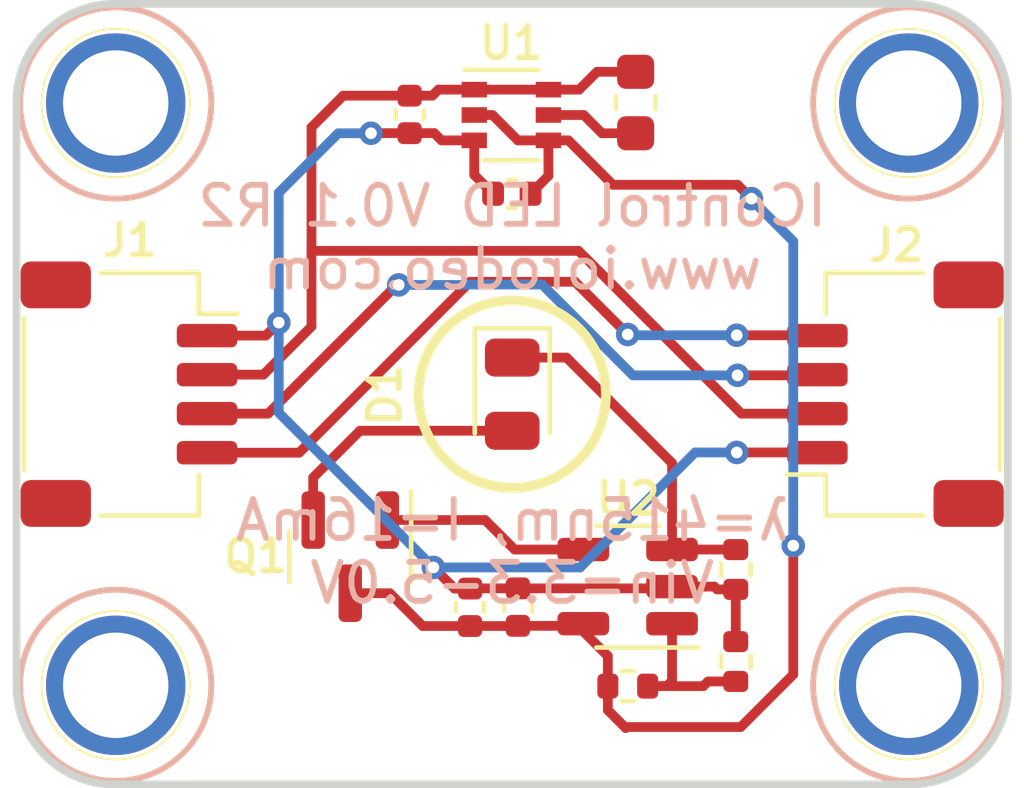
<source format=kicad_pcb>
(kicad_pcb (version 20221018) (generator pcbnew)
  (layers (0 "F.Cu" signal) (31 "B.Cu" signal) (34 "B.Paste" user) (35 "F.Paste" user) (36 "B.SilkS" user "B.Silkscreen") (37 "F.SilkS" user "F.Silkscreen") (38 "B.Mask" user) (39 "F.Mask" user) (44 "Edge.Cuts" user))
  (net 0 "")
  (net 1 "GND")
  (net 2 "/VIN")
  (net 3 "/VL")
  (net 4 "/SCL")
  (net 5 "/SDA")
  (net 6 "/5V")
  (net 7 "Net-(D1-K)")
  (net 8 "Net-(D1-A)")
  (net 9 "Net-(Q1-B)")
  (net 10 "/Vset")
  (footprint "custom_mount_hole:MountingHole_2.5mm_Pad" (layer "F.Cu") (at 52.54 52.54)
    (fp_text reference "M1" hide)
    (fp_text value "MountingHole_2.5mm_Pad" hide)
    (fp_circle (center 0 0) (end 2.45 0) (stroke (width 0.15)) (fill none) (layer "B.SilkS"))
    (fp_circle (center 0 0) (end 1.9 0) (stroke (width 0.05)) (fill none) (layer "F.SilkS"))
    (fp_circle (center 0 0) (end 2.45 0) (stroke (width 0.15)) (fill none) (layer "F.SilkS"))
    (pad "~" thru_hole circle (at 0 0) (size 3.57 3.57) (drill 2.7) (layers "*.Cu" "*.Mask"))
  )
  (footprint "custom_mount_hole:MountingHole_2.5mm_Pad" (layer "F.Cu") (at 72.86 52.54)
    (fp_text reference "M2" hide)
    (fp_text value "MountingHole_2.5mm_Pad" hide)
    (fp_circle (center 0 0) (end 2.45 0) (stroke (width 0.15)) (fill none) (layer "B.SilkS"))
    (fp_circle (center 0 0) (end 1.9 0) (stroke (width 0.05)) (fill none) (layer "F.SilkS"))
    (fp_circle (center 0 0) (end 2.45 0) (stroke (width 0.15)) (fill none) (layer "F.SilkS"))
    (pad "~" thru_hole circle (at 0 0) (size 3.57 3.57) (drill 2.7) (layers "*.Cu" "*.Mask"))
  )
  (footprint "custom_mount_hole:MountingHole_2.5mm_Pad" (layer "F.Cu") (at 72.86 67.46)
    (fp_text reference "M3" hide)
    (fp_text value "MountingHole_2.5mm_Pad" hide)
    (fp_circle (center 0 0) (end 2.45 0) (stroke (width 0.15)) (fill none) (layer "B.SilkS"))
    (fp_circle (center 0 0) (end 1.9 0) (stroke (width 0.05)) (fill none) (layer "F.SilkS"))
    (fp_circle (center 0 0) (end 2.45 0) (stroke (width 0.15)) (fill none) (layer "F.SilkS"))
    (pad "~" thru_hole circle (at 0 0) (size 3.57 3.57) (drill 2.7) (layers "*.Cu" "*.Mask"))
  )
  (footprint "custom_mount_hole:MountingHole_2.5mm_Pad" (layer "F.Cu") (at 52.54 67.46)
    (fp_text reference "M4" hide)
    (fp_text value "MountingHole_2.5mm_Pad" hide)
    (fp_circle (center 0 0) (end 2.45 0) (stroke (width 0.15)) (fill none) (layer "B.SilkS"))
    (fp_circle (center 0 0) (end 1.9 0) (stroke (width 0.05)) (fill none) (layer "F.SilkS"))
    (fp_circle (center 0 0) (end 2.45 0) (stroke (width 0.15)) (fill none) (layer "F.SilkS"))
    (pad "~" thru_hole circle (at 0 0) (size 3.57 3.57) (drill 2.7) (layers "*.Cu" "*.Mask"))
  )
  (footprint "LED_SMD:LED_0805_2012Metric" (layer "F.Cu") (at 62.7 60 -90)
    (fp_text reference "D1" (at 0.0202 3.264 -90) (layer "F.SilkS") (effects (font (size 0.8 0.8))))
    (fp_text value "LED" hide)
    (fp_line (start -1.685 -0.96) (end -1.685 0.96) (stroke (width 0.12)) (layer "F.SilkS"))
    (fp_line (start -1.685 0.96) (end 1 0.96) (stroke (width 0.12)) (layer "F.SilkS"))
    (fp_line (start 1 -0.96) (end -1.685 -0.96) (stroke (width 0.12)) (layer "F.SilkS"))
    (pad "1" smd roundrect (at -0.9375 0 270) (size 0.975 1.4) (layers "F.Cu" "F.Paste" "F.Mask") (net 7 "Net-(D1-K)"))
    (pad "2" smd roundrect (at 0.9375 0 270) (size 0.975 1.4) (layers "F.Cu" "F.Paste" "F.Mask") (net 8 "Net-(D1-A)"))
  )
  (footprint "JST_SH_SM04B_custom:JST_SH_SM04B-SRSS-TB_1x04-1MP_P1.00mm_Horizontal" (layer "F.Cu") (at 52.88 60 -90)
    (fp_text reference "J1" (at -3.9422 -0.0298) (layer "F.SilkS") (effects (font (size 0.8 0.8))))
    (fp_text value "Conn_01x04" hide)
    (fp_line (start -3.11 -1.785) (end -2.06 -1.785) (stroke (width 0.12)) (layer "F.SilkS"))
    (fp_line (start -3.11 0.715) (end -3.11 -1.785) (stroke (width 0.12)) (layer "F.SilkS"))
    (fp_line (start -2.06 -1.785) (end -2.06 -2.775) (stroke (width 0.12)) (layer "F.SilkS"))
    (fp_line (start -1.94 2.685) (end 1.94 2.685) (stroke (width 0.12)) (layer "F.SilkS"))
    (fp_line (start 3.11 -1.785) (end 2.06 -1.785) (stroke (width 0.12)) (layer "F.SilkS"))
    (fp_line (start 3.11 0.715) (end 3.11 -1.785) (stroke (width 0.12)) (layer "F.SilkS"))
    (pad "1" smd roundrect (at -1.5 -2 270) (size 0.6 1.55) (layers "F.Cu" "F.Paste" "F.Mask") (net 1 "GND"))
    (pad "2" smd roundrect (at -0.5 -2 270) (size 0.6 1.55) (layers "F.Cu" "F.Paste" "F.Mask") (net 2 "/VIN"))
    (pad "3" smd roundrect (at 0.5 -2 270) (size 0.6 1.55) (layers "F.Cu" "F.Paste" "F.Mask") (net 5 "/SDA"))
    (pad "4" smd roundrect (at 1.5 -2 270) (size 0.6 1.55) (layers "F.Cu" "F.Paste" "F.Mask") (net 4 "/SCL"))
    (pad "MP" smd roundrect (at -2.8 1.875 270) (size 1.2 1.8) (layers "F.Cu" "F.Paste" "F.Mask") (roundrect_rratio 0.2083333333))
    (pad "MP" smd roundrect (at 2.8 1.875 270) (size 1.2 1.8) (layers "F.Cu" "F.Paste" "F.Mask") (roundrect_rratio 0.2083333333))
  )
  (footprint "JST_SH_SM04B_custom:JST_SH_SM04B-SRSS-TB_1x04-1MP_P1.00mm_Horizontal" (layer "F.Cu") (at 72.52 60 90)
    (fp_text reference "J2" (at 3.8152 0.0208 180) (layer "F.SilkS") (effects (font (size 0.8 0.8))))
    (fp_text value "Conn_01x04" hide)
    (fp_line (start -3.11 -1.785) (end -2.06 -1.785) (stroke (width 0.12)) (layer "F.SilkS"))
    (fp_line (start -3.11 0.715) (end -3.11 -1.785) (stroke (width 0.12)) (layer "F.SilkS"))
    (fp_line (start -2.06 -1.785) (end -2.06 -2.775) (stroke (width 0.12)) (layer "F.SilkS"))
    (fp_line (start -1.94 2.685) (end 1.94 2.685) (stroke (width 0.12)) (layer "F.SilkS"))
    (fp_line (start 3.11 -1.785) (end 2.06 -1.785) (stroke (width 0.12)) (layer "F.SilkS"))
    (fp_line (start 3.11 0.715) (end 3.11 -1.785) (stroke (width 0.12)) (layer "F.SilkS"))
    (pad "1" smd roundrect (at -1.5 -2 90) (size 0.6 1.55) (layers "F.Cu" "F.Paste" "F.Mask") (net 1 "GND"))
    (pad "2" smd roundrect (at -0.5 -2 90) (size 0.6 1.55) (layers "F.Cu" "F.Paste" "F.Mask") (net 2 "/VIN"))
    (pad "3" smd roundrect (at 0.5 -2 90) (size 0.6 1.55) (layers "F.Cu" "F.Paste" "F.Mask") (net 5 "/SDA"))
    (pad "4" smd roundrect (at 1.5 -2 90) (size 0.6 1.55) (layers "F.Cu" "F.Paste" "F.Mask") (net 4 "/SCL"))
    (pad "MP" smd roundrect (at -2.8 1.875 90) (size 1.2 1.8) (layers "F.Cu" "F.Paste" "F.Mask") (roundrect_rratio 0.2083333333))
    (pad "MP" smd roundrect (at 2.8 1.875 90) (size 1.2 1.8) (layers "F.Cu" "F.Paste" "F.Mask") (roundrect_rratio 0.2083333333))
  )
  (footprint "Resistor_SMD:R_0402_1005Metric" (layer "F.Cu") (at 68.4276 64.4926 -90)
    (fp_text reference "R1" hide)
    (fp_text value "10" hide)
    (fp_line (start -0.153641 -0.38) (end 0.153641 -0.38) (stroke (width 0.12)) (layer "F.SilkS"))
    (fp_line (start -0.153641 0.38) (end 0.153641 0.38) (stroke (width 0.12)) (layer "F.SilkS"))
    (pad "1" smd roundrect (at -0.51 0 270) (size 0.54 0.64) (layers "F.Cu" "F.Paste" "F.Mask") (net 7 "Net-(D1-K)"))
    (pad "2" smd roundrect (at 0.51 0 270) (size 0.54 0.64) (layers "F.Cu" "F.Paste" "F.Mask") (net 1 "GND"))
  )
  (footprint "Package_TO_SOT_SMD:SOT-23-5" (layer "F.Cu") (at 65.6577 64.931 180)
    (fp_text reference "U2" (at -0.0125 2.25) (layer "F.SilkS") (effects (font (size 0.8 0.8) (thickness 0.15) bold)))
    (fp_text value "LMV321")
    (fp_line (start 0 -1.56) (end -1.8 -1.56) (stroke (width 0.12)) (layer "F.SilkS"))
    (fp_line (start 0 -1.56) (end 0.8 -1.56) (stroke (width 0.12)) (layer "F.SilkS"))
    (fp_line (start 0 1.56) (end -0.8 1.56) (stroke (width 0.12)) (layer "F.SilkS"))
    (fp_line (start 0 1.56) (end 0.8 1.56) (stroke (width 0.12)) (layer "F.SilkS"))
    (pad "1" smd roundrect (at -1.1375 -0.95 180) (size 1.325 0.6) (layers "F.Cu" "F.Paste" "F.Mask") (net 10 "/Vset"))
    (pad "2" smd roundrect (at -1.1375 0 180) (size 1.325 0.6) (layers "F.Cu" "F.Paste" "F.Mask") (net 1 "GND"))
    (pad "3" smd roundrect (at -1.1375 0.95 180) (size 1.325 0.6) (layers "F.Cu" "F.Paste" "F.Mask") (net 7 "Net-(D1-K)"))
    (pad "4" smd roundrect (at 1.1375 0.95 180) (size 1.325 0.6) (layers "F.Cu" "F.Paste" "F.Mask") (net 9 "Net-(Q1-B)"))
    (pad "5" smd roundrect (at 1.1375 -0.95 180) (size 1.325 0.6) (layers "F.Cu" "F.Paste" "F.Mask") (net 6 "/5V"))
  )
  (footprint "Capacitor_SMD:C_0402_1005Metric" (layer "F.Cu") (at 62.8452 65.456 90)
    (fp_text reference "C3" hide)
    (fp_text value "0.1uF" hide)
    (fp_line (start -0.107836 -0.36) (end 0.107836 -0.36) (stroke (width 0.12)) (layer "F.SilkS"))
    (fp_line (start -0.107836 0.36) (end 0.107836 0.36) (stroke (width 0.12)) (layer "F.SilkS"))
    (pad "1" smd roundrect (at -0.48 0 90) (size 0.56 0.62) (layers "F.Cu" "F.Paste" "F.Mask") (net 6 "/5V"))
    (pad "2" smd roundrect (at 0.48 0 90) (size 0.56 0.62) (layers "F.Cu" "F.Paste" "F.Mask") (net 1 "GND"))
  )
  (footprint "Resistor_SMD:R_0402_1005Metric" (layer "F.Cu") (at 68.4276 66.8508 90)
    (fp_text reference "R3" hide)
    (fp_text value "1k" hide)
    (fp_line (start -0.153641 -0.38) (end 0.153641 -0.38) (stroke (width 0.12)) (layer "F.SilkS"))
    (fp_line (start -0.153641 0.38) (end 0.153641 0.38) (stroke (width 0.12)) (layer "F.SilkS"))
    (pad "1" smd roundrect (at -0.51 0 90) (size 0.54 0.64) (layers "F.Cu" "F.Paste" "F.Mask") (net 10 "/Vset"))
    (pad "2" smd roundrect (at 0.51 0 90) (size 0.54 0.64) (layers "F.Cu" "F.Paste" "F.Mask") (net 1 "GND"))
  )
  (footprint "Inductor_SMD:L_0603_1608Metric" (layer "F.Cu") (at 65.8622 52.5272 -90)
    (fp_text reference "L1" hide)
    (fp_text value "4.7uF" hide)
    (fp_line (start -0.162779 -0.51) (end 0.162779 -0.51) (stroke (width 0.12)) (layer "F.SilkS"))
    (fp_line (start -0.162779 0.51) (end 0.162779 0.51) (stroke (width 0.12)) (layer "F.SilkS"))
    (pad "1" smd roundrect (at -0.7875 0 270) (size 0.875 0.95) (layers "F.Cu" "F.Paste" "F.Mask") (net 2 "/VIN"))
    (pad "2" smd roundrect (at 0.7875 0 270) (size 0.875 0.95) (layers "F.Cu" "F.Paste" "F.Mask") (net 3 "/VL"))
  )
  (footprint "Resistor_SMD:R_0402_1005Metric" (layer "F.Cu") (at 65.6602 67.481)
    (fp_text reference "R2" hide)
    (fp_text value "30k" hide)
    (fp_line (start -0.153641 -0.38) (end 0.153641 -0.38) (stroke (width 0.12)) (layer "F.SilkS"))
    (fp_line (start -0.153641 0.38) (end 0.153641 0.38) (stroke (width 0.12)) (layer "F.SilkS"))
    (pad "1" smd roundrect (at -0.51 0) (size 0.54 0.64) (layers "F.Cu" "F.Paste" "F.Mask") (net 6 "/5V"))
    (pad "2" smd roundrect (at 0.51 0) (size 0.54 0.64) (layers "F.Cu" "F.Paste" "F.Mask") (net 10 "/Vset"))
  )
  (footprint "Capacitor_SMD:C_0402_1005Metric" (layer "F.Cu") (at 60.071 52.832 90)
    (fp_text reference "C1" hide)
    (fp_text value "10uF" hide)
    (fp_line (start -0.107836 -0.36) (end 0.107836 -0.36) (stroke (width 0.12)) (layer "F.SilkS"))
    (fp_line (start -0.107836 0.36) (end 0.107836 0.36) (stroke (width 0.12)) (layer "F.SilkS"))
    (pad "1" smd roundrect (at -0.48 0 90) (size 0.56 0.62) (layers "F.Cu" "F.Paste" "F.Mask") (net 1 "GND"))
    (pad "2" smd roundrect (at 0.48 0 90) (size 0.56 0.62) (layers "F.Cu" "F.Paste" "F.Mask") (net 2 "/VIN"))
  )
  (footprint "Package_TO_SOT_SMD:SOT-363_SC-70-6" (layer "F.Cu") (at 62.677 52.847)
    (fp_text reference "U1" (at 0 -1.8438) (layer "F.SilkS") (effects (font (size 0.8 0.8))))
    (fp_text value "TPS61222DCK" hide)
    (fp_line (start -0.7 1.16) (end 0.7 1.16) (stroke (width 0.12)) (layer "F.SilkS"))
    (fp_line (start 0.7 -1.16) (end -1.2 -1.16) (stroke (width 0.12)) (layer "F.SilkS"))
    (pad "1" smd rect (at -0.95 -0.65) (size 0.65 0.4) (layers "F.Cu" "F.Paste" "F.Mask") (net 2 "/VIN"))
    (pad "2" smd rect (at -0.95 0) (size 0.65 0.4) (layers "F.Cu" "F.Paste" "F.Mask") (net 6 "/5V"))
    (pad "3" smd rect (at -0.95 0.65) (size 0.65 0.4) (layers "F.Cu" "F.Paste" "F.Mask") (net 1 "GND"))
    (pad "4" smd rect (at 0.95 0.65) (size 0.65 0.4) (layers "F.Cu" "F.Paste" "F.Mask") (net 6 "/5V"))
    (pad "5" smd rect (at 0.95 0) (size 0.65 0.4) (layers "F.Cu" "F.Paste" "F.Mask") (net 3 "/VL"))
    (pad "6" smd rect (at 0.95 -0.65) (size 0.65 0.4) (layers "F.Cu" "F.Paste" "F.Mask") (net 2 "/VIN"))
  )
  (footprint "Capacitor_SMD:C_0402_1005Metric" (layer "F.Cu") (at 61.6202 65.461 90)
    (fp_text reference "C4" hide)
    (fp_text value "10uF" hide)
    (fp_line (start -0.107836 -0.36) (end 0.107836 -0.36) (stroke (width 0.12)) (layer "F.SilkS"))
    (fp_line (start -0.107836 0.36) (end 0.107836 0.36) (stroke (width 0.12)) (layer "F.SilkS"))
    (pad "1" smd roundrect (at -0.48 0 90) (size 0.56 0.62) (layers "F.Cu" "F.Paste" "F.Mask") (net 6 "/5V"))
    (pad "2" smd roundrect (at 0.48 0 90) (size 0.56 0.62) (layers "F.Cu" "F.Paste" "F.Mask") (net 1 "GND"))
  )
  (footprint "Package_TO_SOT_SMD:SOT-23" (layer "F.Cu") (at 58.55 64.1625 -90)
    (fp_text reference "Q1" (at -0.0125 2.425 -180) (layer "F.SilkS") (effects (font (size 0.8 0.8) (thickness 0.15) bold)))
    (fp_text value "MMBT5551L" hide)
    (fp_line (start 0 -1.56) (end -1.675 -1.56) (stroke (width 0.12)) (layer "F.SilkS"))
    (fp_line (start 0 -1.56) (end 0.65 -1.56) (stroke (width 0.12)) (layer "F.SilkS"))
    (fp_line (start 0 1.56) (end -0.65 1.56) (stroke (width 0.12)) (layer "F.SilkS"))
    (fp_line (start 0 1.56) (end 0.65 1.56) (stroke (width 0.12)) (layer "F.SilkS"))
    (pad "1" smd roundrect (at -0.9375 -0.95 270) (size 1.475 0.6) (layers "F.Cu" "F.Paste" "F.Mask") (net 9 "Net-(Q1-B)"))
    (pad "2" smd roundrect (at -0.9375 0.95 270) (size 1.475 0.6) (layers "F.Cu" "F.Paste" "F.Mask") (net 8 "Net-(D1-A)"))
    (pad "3" smd roundrect (at 0.9375 0 270) (size 1.475 0.6) (layers "F.Cu" "F.Paste" "F.Mask") (net 6 "/5V"))
  )
  (footprint "Capacitor_SMD:C_0402_1005Metric" (layer "F.Cu") (at 62.6898 54.864)
    (fp_text reference "C2" hide)
    (fp_text value "10uF" hide)
    (fp_line (start -0.107836 -0.36) (end 0.107836 -0.36) (stroke (width 0.12)) (layer "F.SilkS"))
    (fp_line (start -0.107836 0.36) (end 0.107836 0.36) (stroke (width 0.12)) (layer "F.SilkS"))
    (pad "1" smd roundrect (at -0.48 0) (size 0.56 0.62) (layers "F.Cu" "F.Paste" "F.Mask") (net 1 "GND"))
    (pad "2" smd roundrect (at 0.48 0) (size 0.56 0.62) (layers "F.Cu" "F.Paste" "F.Mask") (net 6 "/5V"))
  )
  (gr_circle (center 62.7 60) (end 65.1 60) (stroke (width 0.25)) (fill none) (layer "F.SilkS"))
  (gr_arc (start 72.9 50) (mid 74.667767 50.732233) (end 75.4 52.5) (stroke (width 0.2)) (layer "Edge.Cuts"))
  (gr_arc (start 52.5 70) (mid 50.732233 69.267767) (end 50 67.5) (stroke (width 0.2)) (layer "Edge.Cuts"))
  (gr_line (start 52.5 50) (end 72.9 50) (stroke (width 0.2)) (layer "Edge.Cuts"))
  (gr_arc (start 50 52.5) (mid 50.732233 50.732233) (end 52.5 50) (stroke (width 0.2)) (layer "Edge.Cuts"))
  (gr_arc (start 75.4 67.5) (mid 74.667767 69.267767) (end 72.9 70) (stroke (width 0.2)) (layer "Edge.Cuts"))
  (gr_line (start 50 52.5) (end 50 67.5) (stroke (width 0.2)) (layer "Edge.Cuts"))
  (gr_line (start 52.5 70) (end 72.9 70) (stroke (width 0.2)) (layer "Edge.Cuts"))
  (gr_line (start 75.4 52.5) (end 75.4 67.5) (stroke (width 0.2)) (layer "Edge.Cuts"))
  (gr_text "IControl LED V0.1 R2\nwww.iorodeo.com\n\n\n\nλ=415nm, I=16mA\nVin=3.3-5.0V" (at 62.7 60.01) (layer "B.SilkS") (effects (font (size 1 1)) (justify mirror)))
  (segment (start 61.2218 64.981) (end 60.6806 64.4398) (width 0.25) (layer "F.Cu") (net 1))
  (segment (start 68.4276 65.0026) (end 68.4276 66.3408) (width 0.25) (layer "F.Cu") (net 1))
  (segment (start 60.071 53.312) (end 60.7034 53.312) (width 0.25) (layer "F.Cu") (net 1))
  (segment (start 60.7034 53.312) (end 60.8884 53.497) (width 0.25) (layer "F.Cu") (net 1))
  (segment (start 62.8452 64.976) (end 61.6252 64.976) (width 0.25) (layer "F.Cu") (net 1))
  (segment (start 68.4276 65.0026) (end 67.949 65.0026) (width 0.25) (layer "F.Cu") (net 1))
  (segment (start 70.3134 61.4934) (end 70.32 61.5) (width 0.25) (layer "F.Cu") (net 1))
  (segment (start 62.8452 64.976) (end 63.9452 64.976) (width 0.25) (layer "F.Cu") (net 1))
  (segment (start 67.949 65.0026) (end 67.8774 64.931) (width 0.25) (layer "F.Cu") (net 1))
  (segment (start 68.453 61.4934) (end 70.4134 61.4934) (width 0.25) (layer "F.Cu") (net 1))
  (segment (start 59.083 53.312) (end 59.0804 53.3146) (width 0.25) (layer "F.Cu") (net 1))
  (segment (start 56.3842 58.5) (end 54.98 58.5) (width 0.25) (layer "F.Cu") (net 1))
  (segment (start 70.4134 61.4934) (end 70.42 61.5) (width 0.25) (layer "F.Cu") (net 1))
  (segment (start 56.3842 58.5) (end 56.7182 58.166) (width 0.25) (layer "F.Cu") (net 1))
  (segment (start 70.7684 61.4934) (end 70.775 61.5) (width 0.25) (layer "F.Cu") (net 1))
  (segment (start 70.3634 61.4934) (end 70.37 61.5) (width 0.25) (layer "F.Cu") (net 1))
  (segment (start 61.727 54.3812) (end 62.2098 54.864) (width 0.25) (layer "F.Cu") (net 1))
  (segment (start 61.6202 64.981) (end 61.2218 64.981) (width 0.25) (layer "F.Cu") (net 1))
  (segment (start 66.7502 64.976) (end 66.7952 64.931) (width 0.25) (layer "F.Cu") (net 1))
  (segment (start 60.8884 53.497) (end 61.727 53.497) (width 0.25) (layer "F.Cu") (net 1))
  (segment (start 67.8774 64.931) (end 66.7952 64.931) (width 0.25) (layer "F.Cu") (net 1))
  (segment (start 60.071 53.312) (end 59.083 53.312) (width 0.25) (layer "F.Cu") (net 1))
  (segment (start 61.727 53.497) (end 61.727 54.3812) (width 0.25) (layer "F.Cu") (net 1))
  (segment (start 63.9452 64.976) (end 66.7502 64.976) (width 0.25) (layer "F.Cu") (net 1))
  (segment (start 61.6252 64.976) (end 61.6202 64.981) (width 0.25) (layer "F.Cu") (net 1))
  (via (at 60.6806 64.4398) (size 0.6) (drill 0.3) (layers "F.Cu" "B.Cu") (net 1))
  (via (at 56.7182 58.166) (size 0.6) (drill 0.3) (layers "F.Cu" "B.Cu") (net 1))
  (via (at 59.0804 53.3146) (size 0.6) (drill 0.3) (layers "F.Cu" "B.Cu") (net 1))
  (via (at 68.453 61.4934) (size 0.6) (drill 0.3) (layers "F.Cu" "B.Cu") (net 1))
  (segment (start 67.3862 61.4934) (end 68.453 61.4934) (width 0.25) (layer "B.Cu") (net 1))
  (segment (start 56.7182 54.8386) (end 58.2422 53.3146) (width 0.25) (layer "B.Cu") (net 1))
  (segment (start 60.6806 64.4398) (end 64.4398 64.4398) (width 0.25) (layer "B.Cu") (net 1))
  (segment (start 64.4398 64.4398) (end 67.3862 61.4934) (width 0.25) (layer "B.Cu") (net 1))
  (segment (start 56.7182 60.4774) (end 60.6806 64.4398) (width 0.25) (layer "B.Cu") (net 1))
  (segment (start 58.2422 53.3146) (end 59.0804 53.3146) (width 0.25) (layer "B.Cu") (net 1))
  (segment (start 56.7182 58.166) (end 56.7182 54.8386) (width 0.25) (layer "B.Cu") (net 1))
  (segment (start 56.7182 58.166) (end 56.7182 60.4774) (width 0.25) (layer "B.Cu") (net 1))
  (segment (start 60.6526 52.352) (end 60.8076 52.197) (width 0.25) (layer "F.Cu") (net 2))
  (segment (start 60.071 52.352) (end 60.6526 52.352) (width 0.25) (layer "F.Cu") (net 2))
  (segment (start 57.5564 53.1622) (end 58.3666 52.352) (width 0.25) (layer "F.Cu") (net 2))
  (segment (start 56.324 59.5) (end 57.5564 58.2676) (width 0.25) (layer "F.Cu") (net 2))
  (segment (start 64.8717 51.7397) (end 65.8622 51.7397) (width 0.25) (layer "F.Cu") (net 2))
  (segment (start 64.4144 52.197) (end 64.8717 51.7397) (width 0.25) (layer "F.Cu") (net 2))
  (segment (start 57.5564 56.3372) (end 57.5564 53.1622) (width 0.25) (layer "F.Cu") (net 2))
  (segment (start 57.5661 56.3275) (end 64.399584 56.3275) (width 0.25) (layer "F.Cu") (net 2))
  (segment (start 57.5564 58.2676) (end 57.5564 56.3372) (width 0.25) (layer "F.Cu") (net 2))
  (segment (start 63.627 52.197) (end 64.4144 52.197) (width 0.25) (layer "F.Cu") (net 2))
  (segment (start 57.5564 56.3372) (end 57.5661 56.3275) (width 0.25) (layer "F.Cu") (net 2))
  (segment (start 56.324 59.5) (end 54.98 59.5) (width 0.25) (layer "F.Cu") (net 2))
  (segment (start 58.3666 52.352) (end 60.071 52.352) (width 0.25) (layer "F.Cu") (net 2))
  (segment (start 64.399584 56.3275) (end 68.572084 60.5) (width 0.25) (layer "F.Cu") (net 2))
  (segment (start 68.572084 60.5) (end 70.42 60.5) (width 0.25) (layer "F.Cu") (net 2))
  (segment (start 61.727 52.197) (end 63.627 52.197) (width 0.25) (layer "F.Cu") (net 2))
  (segment (start 60.8076 52.197) (end 61.727 52.197) (width 0.25) (layer "F.Cu") (net 2))
  (segment (start 64.531 52.847) (end 63.627 52.847) (width 0.25) (layer "F.Cu") (net 3))
  (segment (start 65.8622 53.3147) (end 64.9987 53.3147) (width 0.25) (layer "F.Cu") (net 3))
  (segment (start 64.9987 53.3147) (end 64.531 52.847) (width 0.25) (layer "F.Cu") (net 3))
  (segment (start 57.24 61.5) (end 54.98 61.5) (width 0.25) (layer "F.Cu") (net 4))
  (segment (start 61.62 57.12) (end 57.24 61.5) (width 0.25) (layer "F.Cu") (net 4))
  (segment (start 68.453 58.49) (end 70.41 58.49) (width 0.25) (layer "F.Cu") (net 4))
  (segment (start 70.36 58.49) (end 70.37 58.5) (width 0.25) (layer "F.Cu") (net 4))
  (segment (start 70.41 58.49) (end 70.42 58.5) (width 0.25) (layer "F.Cu") (net 4))
  (segment (start 65.659 58.4708) (end 64.3082 57.12) (width 0.25) (layer "F.Cu") (net 4))
  (segment (start 70.31 58.49) (end 70.32 58.5) (width 0.25) (layer "F.Cu") (net 4))
  (segment (start 64.3082 57.12) (end 61.62 57.12) (width 0.25) (layer "F.Cu") (net 4))
  (via (at 68.453 58.49) (size 0.6) (drill 0.3) (layers "F.Cu" "B.Cu") (net 4))
  (via (at 65.659 58.4708) (size 0.6) (drill 0.3) (layers "F.Cu" "B.Cu") (net 4))
  (segment (start 68.453 58.49) (end 65.6782 58.49) (width 0.25) (layer "B.Cu") (net 4))
  (segment (start 65.6782 58.49) (end 65.659 58.4708) (width 0.25) (layer "B.Cu") (net 4))
  (segment (start 59.7916 57.2008) (end 59.7408 57.2008) (width 0.25) (layer "F.Cu") (net 5))
  (segment (start 68.472931 59.517669) (end 70.402331 59.517669) (width 0.25) (layer "F.Cu") (net 5))
  (segment (start 68.472931 59.517669) (end 68.4906 59.5) (width 0.25) (layer "F.Cu") (net 5))
  (segment (start 70.402331 59.517669) (end 70.42 59.5) (width 0.25) (layer "F.Cu") (net 5))
  (segment (start 59.7408 57.2008) (end 56.4416 60.5) (width 0.25) (layer "F.Cu") (net 5))
  (segment (start 56.4416 60.5) (end 54.98 60.5) (width 0.25) (layer "F.Cu") (net 5))
  (segment (start 68.472931 59.517669) (end 68.455262 59.5) (width 0.25) (layer "F.Cu") (net 5))
  (segment (start 70.352331 59.517669) (end 70.37 59.5) (width 0.25) (layer "F.Cu") (net 5))
  (via (at 59.7916 57.2008) (size 0.6) (drill 0.3) (layers "F.Cu" "B.Cu") (net 5))
  (via (at 68.472931 59.517669) (size 0.6) (drill 0.3) (layers "F.Cu" "B.Cu") (net 5))
  (segment (start 61.4492 57.2008) (end 59.7916 57.2008) (width 0.25) (layer "B.Cu") (net 5))
  (segment (start 68.472931 59.517669) (end 65.791469 59.517669) (width 0.25) (layer "B.Cu") (net 5))
  (segment (start 65.791469 59.517669) (end 63.4638 57.19) (width 0.25) (layer "B.Cu") (net 5))
  (segment (start 61.46 57.19) (end 61.4492 57.2008) (width 0.25) (layer "B.Cu") (net 5))
  (segment (start 63.4638 57.19) (end 61.46 57.19) (width 0.25) (layer "B.Cu") (net 5))
  (segment (start 63.627 54.4068) (end 63.1698 54.864) (width 0.25) (layer "F.Cu") (net 6))
  (segment (start 64.5202 65.881) (end 64.5202 66.081) (width 0.25) (layer "F.Cu") (net 6))
  (segment (start 62.8402 65.941) (end 62.8452 65.936) (width 0.25) (layer "F.Cu") (net 6))
  (segment (start 63.5452 65.936) (end 64.4652 65.936) (width 0.25) (layer "F.Cu") (net 6))
  (segment (start 61.6202 65.941) (end 60.4038 65.941) (width 0.25) (layer "F.Cu") (net 6))
  (segment (start 65.6082 68.5546) (end 65.1502 68.0966) (width 0.25) (layer "F.Cu") (net 6))
  (segment (start 58.55 65.1) (end 58.55 65.5858) (width 0.25) (layer "F.Cu") (net 6))
  (segment (start 62.8452 65.936) (end 63.5452 65.936) (width 0.25) (layer "F.Cu") (net 6))
  (segment (start 61.727 52.847) (end 62.1942 52.847) (width 0.25) (layer "F.Cu") (net 6))
  (segment (start 68.5546 68.5292) (end 65.6336 68.5292) (width 0.25) (layer "F.Cu") (net 6))
  (segment (start 65.1502 66.711) (end 65.1502 67.481) (width 0.25) (layer "F.Cu") (net 6))
  (segment (start 68.4754 54.6354) (end 68.83 54.99) (width 0.25) (layer "F.Cu") (net 6))
  (segment (start 63.627 53.497) (end 64.1396 53.497) (width 0.25) (layer "F.Cu") (net 6))
  (segment (start 65.278 54.6354) (end 68.4754 54.6354) (width 0.25) (layer "F.Cu") (net 6))
  (segment (start 62.1942 52.847) (end 62.8442 53.497) (width 0.25) (layer "F.Cu") (net 6))
  (segment (start 64.5202 66.081) (end 65.1502 66.711) (width 0.25) (layer "F.Cu") (net 6))
  (segment (start 61.6202 65.941) (end 62.8402 65.941) (width 0.25) (layer "F.Cu") (net 6))
  (segment (start 59.5628 65.1) (end 58.55 65.1) (width 0.25) (layer "F.Cu") (net 6))
  (segment (start 65.6336 68.5292) (end 65.6082 68.5546) (width 0.25) (layer "F.Cu") (net 6))
  (segment (start 63.627 53.497) (end 63.627 54.4068) (width 0.25) (layer "F.Cu") (net 6))
  (segment (start 64.1396 53.497) (end 65.278 54.6354) (width 0.25) (layer "F.Cu") (net 6))
  (segment (start 69.9008 67.183) (end 68.5546 68.5292) (width 0.25) (layer "F.Cu") (net 6))
  (segment (start 60.4038 65.941) (end 59.5628 65.1) (width 0.25) (layer "F.Cu") (net 6))
  (segment (start 69.9008 63.881) (end 69.9008 67.183) (width 0.25) (layer "F.Cu") (net 6))
  (segment (start 62.8442 53.497) (end 63.627 53.497) (width 0.25) (layer "F.Cu") (net 6))
  (segment (start 65.1502 68.0966) (end 65.1502 67.481) (width 0.25) (layer "F.Cu") (net 6))
  (segment (start 64.4652 65.936) (end 64.5202 65.881) (width 0.25) (layer "F.Cu") (net 6))
  (via (at 69.9008 63.881) (size 0.6) (drill 0.3) (layers "F.Cu" "B.Cu") (net 6))
  (via (at 68.83 54.99) (size 0.6) (drill 0.3) (layers "F.Cu" "B.Cu") (net 6))
  (segment (start 69.9008 56.0832) (end 68.83 55.0124) (width 0.25) (layer "B.Cu") (net 6))
  (segment (start 68.83 55.0124) (end 68.83 54.99) (width 0.25) (layer "B.Cu") (net 6))
  (segment (start 69.9008 63.881) (end 69.9008 56.0832) (width 0.25) (layer "B.Cu") (net 6))
  (segment (start 68.426 63.981) (end 68.4276 63.9826) (width 0.25) (layer "F.Cu") (net 7))
  (segment (start 62.7 59.0625) (end 64.0917 59.0625) (width 0.25) (layer "F.Cu") (net 7))
  (segment (start 66.7952 61.766) (end 66.7952 63.981) (width 0.25) (layer "F.Cu") (net 7))
  (segment (start 66.7952 63.981) (end 68.426 63.981) (width 0.25) (layer "F.Cu") (net 7))
  (segment (start 64.0917 59.0625) (end 66.7952 61.766) (width 0.25) (layer "F.Cu") (net 7))
  (segment (start 58.7981 60.9375) (end 62.7 60.9375) (width 0.25) (layer "F.Cu") (net 8))
  (segment (start 57.6 63.225) (end 57.6 62.1356) (width 0.25) (layer "F.Cu") (net 8))
  (segment (start 57.6 62.1356) (end 58.7981 60.9375) (width 0.25) (layer "F.Cu") (net 8))
  (segment (start 62.0058 63.225) (end 59.5 63.225) (width 0.25) (layer "F.Cu") (net 9))
  (segment (start 59.545 63.18) (end 59.5 63.225) (width 0.25) (layer "F.Cu") (net 9))
  (segment (start 64.5202 63.981) (end 62.7618 63.981) (width 0.25) (layer "F.Cu") (net 9))
  (segment (start 62.7618 63.981) (end 62.0058 63.225) (width 0.25) (layer "F.Cu") (net 9))
  (segment (start 66.7952 67.346) (end 66.6602 67.481) (width 0.25) (layer "F.Cu") (net 10))
  (segment (start 67.7164 67.3608) (end 68.4276 67.3608) (width 0.25) (layer "F.Cu") (net 10))
  (segment (start 66.7952 65.881) (end 66.7952 67.196) (width 0.25) (layer "F.Cu") (net 10))
  (segment (start 66.5226 67.481) (end 67.5962 67.481) (width 0.25) (layer "F.Cu") (net 10))
  (segment (start 66.5226 67.481) (end 66.1702 67.481) (width 0.25) (layer "F.Cu") (net 10))
  (segment (start 66.7952 67.196) (end 66.7952 67.346) (width 0.25) (layer "F.Cu") (net 10))
  (segment (start 66.6602 67.481) (end 66.5226 67.481) (width 0.25) (layer "F.Cu") (net 10))
  (segment (start 67.5962 67.481) (end 67.7164 67.3608) (width 0.25) (layer "F.Cu") (net 10))
)
</source>
